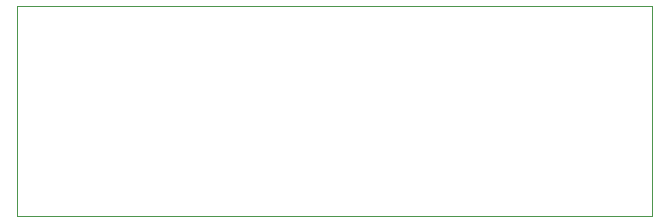
<source format=gm1>
G04 #@! TF.GenerationSoftware,KiCad,Pcbnew,6.0.8-f2edbf62ab~116~ubuntu20.04.1*
G04 #@! TF.CreationDate,2022-10-29T07:55:17+02:00*
G04 #@! TF.ProjectId,tinypico-goodisplay,74696e79-7069-4636-9f2d-676f6f646973,rev?*
G04 #@! TF.SameCoordinates,Original*
G04 #@! TF.FileFunction,Profile,NP*
%FSLAX46Y46*%
G04 Gerber Fmt 4.6, Leading zero omitted, Abs format (unit mm)*
G04 Created by KiCad (PCBNEW 6.0.8-f2edbf62ab~116~ubuntu20.04.1) date 2022-10-29 07:55:17*
%MOMM*%
%LPD*%
G01*
G04 APERTURE LIST*
G04 #@! TA.AperFunction,Profile*
%ADD10C,0.100000*%
G04 #@! TD*
G04 APERTURE END LIST*
D10*
X72230000Y-52620000D02*
X126000000Y-52620000D01*
X72230000Y-34800000D02*
X72230000Y-52620000D01*
X126000000Y-34800000D02*
X72230000Y-34800000D01*
X126000000Y-52620000D02*
X126000000Y-34800000D01*
M02*

</source>
